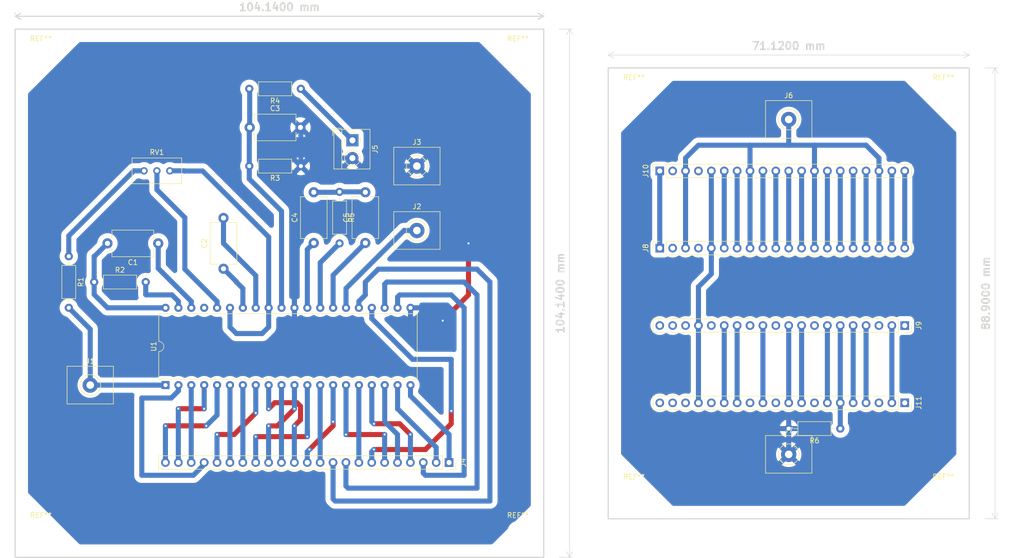
<source format=kicad_pcb>
(kicad_pcb (version 20211014) (generator pcbnew)
  (layers (0 "F.Cu" signal) (31 "B.Cu" signal) (34 "B.Paste" user) (35 "F.Paste" user) (36 "B.SilkS" user "B.Silkscreen") (37 "F.SilkS" user "F.Silkscreen") (38 "B.Mask" user) (39 "F.Mask" user) (44 "Edge.Cuts" user))
  (net 0 "")
  (net 1 "Net-(C1-Pad1)")
  (net 2 "Net-(C1-Pad2)")
  (net 3 "Net-(C2-Pad1)")
  (net 4 "Net-(C2-Pad2)")
  (net 5 "Net-(C3-Pad1)")
  (net 6 "GND")
  (net 7 "Net-(C4-Pad1)")
  (net 8 "Net-(C4-Pad2)")
  (net 9 "Net-(C5-Pad1)")
  (net 10 "Net-(J1-Pad1)")
  (net 11 "Net-(J2-Pad1)")
  (net 12 "Net-(R1-Pad1)")
  (net 14 "Net-(R2-Pad2)")
  (net 15 "Net-(R5-Pad2)")
  (net 16 "Net-(J10-Pad1)")
  (net 17 "Net-(RV1-Pad1)")
  (net 18 "Net-(RV1-Pad2)")
  (net 19 "Net-(J10-Pad5)")
  (net 20 "Net-(J10-Pad6)")
  (net 21 "Net-(J10-Pad7)")
  (net 22 "Net-(J11-Pad15)")
  (net 23 "Net-(J11-Pad14)")
  (net 24 "Net-(J11-Pad12)")
  (net 25 "Net-(J10-Pad10)")
  (net 26 "Net-(J10-Pad9)")
  (net 27 "Net-(J10-Pad11)")
  (net 28 "Net-(J10-Pad12)")
  (net 29 "Net-(J11-Pad10)")
  (net 30 "Net-(J11-Pad9)")
  (net 31 "Net-(J11-Pad7)")
  (net 32 "Net-(J10-Pad15)")
  (net 33 "Net-(J10-Pad14)")
  (net 34 "Net-(J10-Pad16)")
  (net 35 "Net-(J10-Pad17)")
  (net 36 "Net-(J11-Pad5)")
  (net 37 "Net-(J11-Pad4)")
  (net 38 "Net-(J11-Pad2)")
  (net 39 "Net-(J10-Pad20)")
  (net 40 "Net-(J10-Pad19)")
  (net 41 "Net-(J11-Pad6)")
  (net 42 "Net-(J5-Pad1)")
  (footprint "Resistor_THT:R_Axial_DIN0207_L6.3mm_D2.5mm_P10.16mm_Horizontal" (layer "F.Cu") (at 104.556811 65.10452 180)
    (fp_text reference "R3")
    (fp_text value "1.2k")
  )
  (footprint "MountingHole:MountingHole_2.1mm" (layer "F.Cu") (at 170.18 129.565)
    (fp_text reference "REF**")
    (fp_text value "MountingHole_2.1mm")
  )
  (footprint "Resistor_THT:R_Axial_DIN0207_L6.3mm_D2.5mm_P10.16mm_Horizontal" (layer "F.Cu") (at 104.556811 49.86452 180)
    (fp_text reference "R4")
    (fp_text value "1M")
  )
  (footprint "MountingHole:MountingHole_2.1mm" (layer "F.Cu") (at 53.34 43.18)
    (fp_text reference "REF**")
    (fp_text value "MountingHole_2.1mm")
  )
  (footprint "Capacitor_THT:C_Disc_D8.0mm_W5.0mm_P10.00mm" (layer "F.Cu") (at 76.456811 80.34452 180)
    (fp_text reference "C1")
    (fp_text value "100p")
  )
  (footprint "Capacitor_THT:C_Disc_D8.0mm_W5.0mm_P10.00mm" (layer "F.Cu") (at 107.096811 80.26452 90)
    (fp_text reference "C4")
    (fp_text value "470n")
  )
  (footprint "TerminalBlock_MetzConnect:TerminalBlock_MetzConnect_360271_1x01_Horizontal_ScrewM3.0_Boxed" (layer "F.Cu") (at 200.66 55.905)
    (fp_text reference "J6")
    (fp_text value "Conn_01x01")
  )
  (footprint "Capacitor_THT:C_Disc_D8.0mm_W5.0mm_P10.00mm" (layer "F.Cu") (at 117.256811 80.26452 90)
    (fp_text reference "C5")
    (fp_text value "220n")
  )
  (footprint "Connector_PinSocket_2.54mm:PinSocket_1x20_P2.54mm_Vertical" (layer "F.Cu") (at 223.52 111.785 -90)
    (fp_text reference "J11")
    (fp_text value "Conn_01x20")
  )
  (footprint "TerminalBlock_MetzConnect:TerminalBlock_MetzConnect_360271_1x01_Horizontal_ScrewM3.0_Boxed" (layer "F.Cu") (at 200.66 121.945)
    (fp_text reference "J7")
    (fp_text value "Conn_01x01")
  )
  (footprint "Package_DIP:DIP-40_W15.24mm" (layer "F.Cu") (at 77.891811 108.28952 90)
    (fp_text reference "U1")
    (fp_text value "ICL7107CPL")
  )
  (footprint "MountingHole:MountingHole_2.1mm" (layer "F.Cu") (at 147.32 137.16)
    (fp_text reference "REF**")
    (fp_text value "MountingHole_2.1mm")
  )
  (footprint "Connector_PinSocket_2.54mm:PinSocket_1x20_P2.54mm_Vertical" (layer "F.Cu") (at 223.52 96.545 -90)
    (fp_text reference "J9")
    (fp_text value "Conn_01x20")
  )
  (footprint "TerminalBlock_MetzConnect:TerminalBlock_MetzConnect_360271_1x01_Horizontal_ScrewM3.0_Boxed" (layer "F.Cu") (at 63.061811 108.28952)
    (fp_text reference "J1")
    (fp_text value "Conn_01x01")
  )
  (footprint "MountingHole:MountingHole_2.1mm" (layer "F.Cu") (at 53.34 137.16)
    (fp_text reference "REF**")
    (fp_text value "MountingHole_2.1mm")
  )
  (footprint "Connector_PinSocket_2.54mm:PinSocket_1x23_P2.54mm_Vertical" (layer "F.Cu") (at 133.756811 123.55452 -90)
    (fp_text reference "J4")
    (fp_text value "Conn_01x23")
  )
  (footprint "MountingHole:MountingHole_2.1mm" (layer "F.Cu") (at 231.14 129.565)
    (fp_text reference "REF**")
    (fp_text value "MountingHole_2.1mm")
  )
  (footprint "Resistor_THT:R_Axial_DIN0207_L6.3mm_D2.5mm_P10.16mm_Horizontal" (layer "F.Cu") (at 63.836811 87.96452)
    (fp_text reference "R2")
    (fp_text value "100k")
  )
  (footprint "MountingHole:MountingHole_2.1mm" (layer "F.Cu") (at 170.18 50.825)
    (fp_text reference "REF**")
    (fp_text value "MountingHole_2.1mm")
  )
  (footprint "Connector_PinSocket_2.54mm:PinSocket_1x20_P2.54mm_Vertical" (layer "F.Cu") (at 175.26 66.065 90)
    (fp_text reference "J10")
    (fp_text value "Conn_01x20")
  )
  (footprint "Resistor_THT:R_Axial_DIN0207_L6.3mm_D2.5mm_P10.16mm_Horizontal" (layer "F.Cu") (at 112.176811 70.18452 -90)
    (fp_text reference "R5")
    (fp_text value "47k")
  )
  (footprint "TerminalBlock_MetzConnect:TerminalBlock_MetzConnect_360271_1x01_Horizontal_ScrewM3.0_Boxed" (layer "F.Cu") (at 127.416811 77.80452)
    (fp_text reference "J2")
    (fp_text value "Conn_01x01")
  )
  (footprint "TerminalBlock_4Ucon:TerminalBlock_4Ucon_1x02_P3.50mm_Horizontal" (layer "F.Cu") (at 114.716811 60.02452 -90)
    (fp_text reference "J5")
    (fp_text value "Conn_01x02")
  )
  (footprint "Potentiometer_THT:Potentiometer_Bourns_3296W_Vertical" (layer "F.Cu") (at 78.74 66.04)
    (fp_text reference "RV1")
    (fp_text value "100k")
  )
  (footprint "Capacitor_THT:C_Disc_D8.0mm_W5.0mm_P10.00mm" (layer "F.Cu") (at 89.316811 85.34452 90)
    (fp_text reference "C2")
    (fp_text value "100n")
  )
  (footprint "Resistor_THT:R_Axial_DIN0207_L6.3mm_D2.5mm_P10.16mm_Horizontal" (layer "F.Cu") (at 58.836811 82.88452 -90)
    (fp_text reference "R1")
    (fp_text value "22k")
  )
  (footprint "MountingHole:MountingHole_2.1mm" (layer "F.Cu") (at 147.32 43.18)
    (fp_text reference "REF**")
    (fp_text value "MountingHole_2.1mm")
  )
  (footprint "MountingHole:MountingHole_2.1mm" (layer "F.Cu") (at 231.14 50.825)
    (fp_text reference "REF**")
    (fp_text value "MountingHole_2.1mm")
  )
  (footprint "Capacitor_THT:C_Disc_D8.0mm_W5.0mm_P10.00mm" (layer "F.Cu") (at 94.476811 57.48452)
    (fp_text reference "C3")
    (fp_text value "100n")
  )
  (footprint "Connector_PinSocket_2.54mm:PinSocket_1x20_P2.54mm_Vertical" (layer "F.Cu") (at 175.26 81.28 90)
    (fp_text reference "J8")
    (fp_text value "Conn_01x20")
  )
  (footprint "Resistor_THT:R_Axial_DIN0207_L6.3mm_D2.5mm_P10.16mm_Horizontal" (layer "F.Cu") (at 210.82 116.865 180)
    (fp_text reference "R6")
    (fp_text value "560")
  )
  (footprint "TerminalBlock_MetzConnect:TerminalBlock_MetzConnect_360271_1x01_Horizontal_ScrewM3.0_Boxed" (layer "F.Cu") (at 127.416811 65.10452)
    (fp_text reference "J3")
    (fp_text value "Conn_01x01")
  )
  (gr_rect (start 165.1 45.745) (end 236.22 134.645) (layer "Edge.Cuts") (width 0.2) (fill none))
  (gr_rect (start 48.26 38.1) (end 152.4 142.24) (layer "Edge.Cuts") (width 0.2) (fill none))
  (dimension (type aligned) (layer "Edge.Cuts") (pts (xy 154.94 38.1) (xy 154.94 142.24)) (height -2.54) (gr_text "104.1400 mm" (at 155.68 90.17 90) (layer "Edge.Cuts") (effects (font (size 1.5 1.5) (thickness 0.3)))) (format (units 3) (units_format 1) (precision 4)) (style (thickness 0.1) (arrow_length 1.27) (text_position_mode 0) (extension_height 0.58642) (extension_offset 0.5) keep_text_aligned))
  (dimension (type aligned) (layer "Edge.Cuts") (pts (xy 48.26 35.56) (xy 152.4 35.56)) (height 0) (gr_text "104.1400 mm" (at 100.33 33.76) (layer "Edge.Cuts") (effects (font (size 1.5 1.5) (thickness 0.3)))) (format (units 3) (units_format 1) (precision 4)) (style (thickness 0.2) (arrow_length 1.27) (text_position_mode 0) (extension_height 0.58642) (extension_offset 0.5) keep_text_aligned))
  (dimension (type aligned) (layer "Edge.Cuts") (pts (xy 165.1 43.205) (xy 236.22 43.205)) (height 0) (gr_text "71.1200 mm" (at 200.66 41.405) (layer "Edge.Cuts") (effects (font (size 1.5 1.5) (thickness 0.3)))) (format (units 3) (units_format 1) (precision 4)) (style (thickness 0.1) (arrow_length 1.27) (text_position_mode 0) (extension_height 0.58642) (extension_offset 0.5) keep_text_aligned))
  (dimension (type aligned) (layer "Edge.Cuts") (pts (xy 238.76 45.745) (xy 238.76 134.645)) (height -2.54) (gr_text "88.9000 mm" (at 239.5 90.195 90) (layer "Edge.Cuts") (effects (font (size 1.5 1.5) (thickness 0.3)))) (format (units 3) (units_format 1) (precision 4)) (style (thickness 0.1) (arrow_length 1.27) (text_position_mode 0) (extension_height 0.58642) (extension_offset 0.5) keep_text_aligned))
  (segment (start 82.971811 93.04952) (end 82.971811 91.77952) (width 1) (layer "B.Cu") (net 1))
  (segment (start 76.456811 85.26452) (end 76.456811 80.34452) (width 1) (layer "B.Cu") (net 1))
  (segment (start 82.971811 91.77952) (end 76.456811 85.26452) (width 1) (layer "B.Cu") (net 1))
  (segment (start 66.461811 93.04952) (end 63.836811 90.42452) (width 1) (layer "B.Cu") (net 2))
  (segment (start 63.916811 82.88452) (end 63.836811 82.88452) (width 1) (layer "B.Cu") (net 2))
  (segment (start 63.836811 82.88452) (end 63.836811 87.96452) (width 1) (layer "B.Cu") (net 2))
  (segment (start 63.836811 90.42452) (end 63.836811 87.96452) (width 1) (layer "B.Cu") (net 2))
  (segment (start 66.456811 80.34452) (end 63.916811 82.88452) (width 1) (layer "B.Cu") (net 2))
  (segment (start 77.891811 93.04952) (end 66.461811 93.04952) (width 1) (layer "B.Cu") (net 2))
  (segment (start 93.131811 89.23952) (end 91.856811 87.96452) (width 1) (layer "B.Cu") (net 3))
  (segment (start 91.856811 87.96452) (end 91.856811 87.88452) (width 1) (layer "B.Cu") (net 3))
  (segment (start 93.131811 93.04952) (end 93.131811 89.23952) (width 1) (layer "B.Cu") (net 3))
  (segment (start 91.856811 87.88452) (end 89.316811 85.34452) (width 1) (layer "B.Cu") (net 3))
  (segment (start 95.671811 93.04952) (end 95.671811 86.69952) (width 1) (layer "B.Cu") (net 4))
  (segment (start 89.316811 80.34452) (end 89.316811 75.34452) (width 1) (layer "B.Cu") (net 4))
  (segment (start 95.671811 86.69952) (end 89.316811 80.34452) (width 1) (layer "B.Cu") (net 4))
  (segment (start 94.476811 49.94452) (end 94.396811 49.86452) (width 1) (layer "B.Cu") (net 5))
  (segment (start 94.476811 57.48452) (end 94.476811 49.94452) (width 1) (layer "B.Cu") (net 5))
  (segment (start 94.396811 65.10452) (end 94.396811 57.48452) (width 1) (layer "B.Cu") (net 5))
  (segment (start 100.751811 73.99952) (end 94.396811 67.64452) (width 1) (layer "B.Cu") (net 5))
  (segment (start 100.751811 93.04952) (end 100.751811 73.99952) (width 1) (layer "B.Cu") (net 5))
  (segment (start 94.396811 67.64452) (end 94.396811 65.10452) (width 1) (layer "B.Cu") (net 5))
  (segment (start 137.576811 90.50452) (end 137.576811 80.34452) (width 1) (layer "F.Cu") (net 6))
  (segment (start 132.496811 95.58452) (end 137.576811 90.50452) (width 1) (layer "F.Cu") (net 6))
  (via (at 137.576811 80.34452) (size 0.8) (drill 0.4) (layers "F.Cu" "B.Cu") (net 6))
  (via (at 132.496811 95.58452) (size 0.8) (drill 0.4) (layers "F.Cu" "B.Cu") (net 6))
  (segment (start 103.291811 93.04952) (end 103.291811 66.36952) (width 1) (layer "B.Cu") (net 6))
  (segment (start 103.291811 66.36952) (end 104.556811 65.10452) (width 1) (layer "B.Cu") (net 6))
  (segment (start 104.556811 57.56452) (end 104.476811 57.48452) (width 1) (layer "B.Cu") (net 6))
  (segment (start 200.66 116.865) (end 200.66 121.945) (width 1) (layer "B.Cu") (net 6))
  (segment (start 132.496811 70.18452) (end 137.576811 70.18452) (width 1) (layer "B.Cu") (net 6))
  (segment (start 114.716811 63.52452) (end 106.136811 63.52452) (width 1) (layer "B.Cu") (net 6))
  (segment (start 126.151811 93.04952) (end 129.961811 93.04952) (width 1) (layer "B.Cu") (net 6))
  (segment (start 137.576811 70.18452) (end 137.576811 80.34452) (width 1) (layer "B.Cu") (net 6))
  (segment (start 129.961811 93.04952) (end 132.496811 95.58452) (width 1) (layer "B.Cu") (net 6))
  (segment (start 104.556811 65.10452) (end 104.556811 57.56452) (width 1) (layer "B.Cu") (net 6))
  (segment (start 127.416811 65.10452) (end 116.296811 65.10452) (width 1) (layer "B.Cu") (net 6))
  (segment (start 106.136811 63.52452) (end 104.556811 65.10452) (width 1) (layer "B.Cu") (net 6))
  (segment (start 127.416811 65.10452) (end 132.496811 70.18452) (width 1) (layer "B.Cu") (net 6))
  (segment (start 116.296811 65.10452) (end 114.716811 63.52452) (width 1) (layer "B.Cu") (net 6))
  (segment (start 105.831811 93.04952) (end 105.831811 81.52952) (width 1) (layer "B.Cu") (net 7))
  (segment (start 105.831811 81.52952) (end 107.096811 80.26452) (width 1) (layer "B.Cu") (net 7))
  (segment (start 107.096811 70.26452) (end 112.096811 70.26452) (width 1) (layer "B.Cu") (net 8))
  (segment (start 117.176811 70.18452) (end 117.256811 70.26452) (width 1) (layer "B.Cu") (net 8))
  (segment (start 112.096811 70.26452) (end 112.176811 70.18452) (width 1) (layer "B.Cu") (net 8))
  (segment (start 112.176811 70.18452) (end 117.176811 70.18452) (width 1) (layer "B.Cu") (net 8))
  (segment (start 110.911811 86.60952) (end 117.256811 80.26452) (width 1) (layer "B.Cu") (net 9))
  (segment (start 110.911811 93.04952) (end 110.911811 86.60952) (width 1) (layer "B.Cu") (net 9))
  (segment (start 205.74 66.065) (end 205.74 81.28) (width 1) (layer "B.Cu") (net 10))
  (segment (start 63.061811 97.26952) (end 58.836811 93.04452) (width 1) (layer "B.Cu") (net 10))
  (segment (start 193.04 60.985) (end 182.88 60.985) (width 1) (layer "B.Cu") (net 10))
  (segment (start 215.9 60.985) (end 205.74 60.985) (width 1) (layer "B.Cu") (net 10))
  (segment (start 193.04 66.065) (end 193.04 60.985) (width 1) (layer "B.Cu") (net 10))
  (segment (start 218.44 63.525) (end 215.9 60.985) (width 1) (layer "B.Cu") (net 10))
  (segment (start 200.66 60.985) (end 193.04 60.985) (width 1) (layer "B.Cu") (net 10))
  (segment (start 218.44 81.28) (end 218.44 66.065) (width 1) (layer "B.Cu") (net 10))
  (segment (start 180.34 63.525) (end 180.34 66.065) (width 1) (layer "B.Cu") (net 10))
  (segment (start 205.74 60.985) (end 200.66 60.985) (width 1) (layer "B.Cu") (net 10))
  (segment (start 63.061811 108.28952) (end 77.891811 108.28952) (width 1) (layer "B.Cu") (net 10))
  (segment (start 193.04 66.065) (end 193.04 81.28) (width 1) (layer "B.Cu") (net 10))
  (segment (start 182.88 60.985) (end 180.34 63.525) (width 1) (layer "B.Cu") (net 10))
  (segment (start 218.44 66.065) (end 218.44 63.525) (width 1) (layer "B.Cu") (net 10))
  (segment (start 63.061811 108.28952) (end 63.061811 97.26952) (width 1) (layer "B.Cu") (net 10))
  (segment (start 180.34 66.065) (end 180.34 81.28) (width 1) (layer "B.Cu") (net 10))
  (segment (start 205.74 66.065) (end 205.74 60.985) (width 1) (layer "B.Cu") (net 10))
  (segment (start 200.66 55.905) (end 200.66 60.985) (width 1) (layer "B.Cu") (net 10))
  (segment (start 113.451811 93.04952) (end 113.451811 89.22952) (width 1) (layer "B.Cu") (net 11))
  (segment (start 113.451811 89.22952) (end 124.876811 77.80452) (width 1) (layer "B.Cu") (net 11))
  (segment (start 127.416811 77.80452) (end 124.876811 77.80452) (width 1) (layer "B.Cu") (net 11))
  (segment (start 58.836811 78.85452) (end 71.651331 66.04) (width 1) (layer "B.Cu") (net 12))
  (segment (start 71.651331 66.04) (end 73.66 66.04) (width 1) (layer "B.Cu") (net 12))
  (segment (start 58.836811 82.88452) (end 58.836811 78.85452) (width 1) (layer "B.Cu") (net 12))
  (segment (start 74.076811 90.50452) (end 73.996811 90.42452) (width 1) (layer "B.Cu") (net 14))
  (segment (start 79.156811 90.50452) (end 74.076811 90.50452) (width 1) (layer "B.Cu") (net 14))
  (segment (start 80.431811 93.04952) (end 80.431811 91.77952) (width 1) (layer "B.Cu") (net 14))
  (segment (start 80.431811 91.77952) (end 79.156811 90.50452) (width 1) (layer "B.Cu") (net 14))
  (segment (start 73.996811 90.42452) (end 73.996811 87.96452) (width 1) (layer "B.Cu") (net 14))
  (segment (start 108.371811 93.04952) (end 108.371811 84.14952) (width 1) (layer "B.Cu") (net 15))
  (segment (start 108.371811 84.14952) (end 112.176811 80.34452) (width 1) (layer "B.Cu") (net 15))
  (segment (start 175.26 81.28) (end 175.26 66.065) (width 1) (layer "B.Cu") (net 16))
  (segment (start 133.756811 123.55452) (end 133.756811 118.02452) (width 1) (layer "B.Cu") (net 16))
  (segment (start 133.756811 118.02452) (end 126.151811 110.41952) (width 1) (layer "B.Cu") (net 16))
  (segment (start 126.151811 110.41952) (end 126.151811 108.28952) (width 1) (layer "B.Cu") (net 16))
  (segment (start 98.211811 93.04952) (end 98.211811 79.07952) (width 1) (layer "B.Cu") (net 17))
  (segment (start 90.591811 96.85952) (end 91.856811 98.12452) (width 1) (layer "B.Cu") (net 17))
  (segment (start 98.211811 93.04952) (end 98.211811 96.84952) (width 1) (layer "B.Cu") (net 17))
  (segment (start 78.74 66.04) (end 81.582291 66.04) (width 1) (layer "B.Cu") (net 17))
  (segment (start 90.591811 93.04952) (end 90.591811 96.85952) (width 1) (layer "B.Cu") (net 17))
  (segment (start 85.206811 66.07452) (end 81.616811 66.07452) (width 1) (layer "B.Cu") (net 17))
  (segment (start 81.582291 66.04) (end 81.616811 66.07452) (width 1) (layer "B.Cu") (net 17))
  (segment (start 98.211811 96.84952) (end 96.936811 98.12452) (width 1) (layer "B.Cu") (net 17))
  (segment (start 98.211811 79.07952) (end 85.206811 66.07452) (width 1) (layer "B.Cu") (net 17))
  (segment (start 91.856811 98.12452) (end 96.936811 98.12452) (width 1) (layer "B.Cu") (net 17))
  (segment (start 76.2 69.767709) (end 76.2 66.04) (width 1) (layer "B.Cu") (net 18))
  (segment (start 88.051811 91.77952) (end 81.696811 85.42452) (width 1) (layer "B.Cu") (net 18))
  (segment (start 88.051811 93.04952) (end 88.051811 91.77952) (width 1) (layer "B.Cu") (net 18))
  (segment (start 81.696811 85.42452) (end 81.696811 75.26452) (width 1) (layer "B.Cu") (net 18))
  (segment (start 81.696811 75.26452) (end 76.2 69.767709) (width 1) (layer "B.Cu") (net 18))
  (segment (start 185.42 81.28) (end 185.42 66.065) (width 1) (layer "B.Cu") (net 19))
  (segment (start 182.88 111.785) (end 182.88 96.545) (width 1) (layer "B.Cu") (net 19))
  (segment (start 185.42 86.36) (end 182.88 88.9) (width 1) (layer "B.Cu") (net 19))
  (segment (start 123.611811 112.95952) (end 131.216811 120.56452) (width 1) (layer "B.Cu") (net 19))
  (segment (start 131.216811 120.56452) (end 131.216811 123.55452) (width 1) (layer "B.Cu") (net 19))
  (segment (start 182.88 88.9) (end 182.88 96.545) (width 1) (layer "B.Cu") (net 19))
  (segment (start 123.611811 108.28952) (end 123.611811 112.95952) (width 1) (layer "B.Cu") (net 19))
  (segment (start 185.42 81.28) (end 185.42 86.36) (width 1) (layer "B.Cu") (net 19))
  (segment (start 124.021811 90.50952) (end 134.181811 90.50952) (width 1) (layer "B.Cu") (net 20))
  (segment (start 129.101811 126.06952) (end 128.676811 125.64452) (width 1) (layer "B.Cu") (net 20))
  (segment (start 136.721811 93.04952) (end 136.721811 126.06952) (width 1) (layer "B.Cu") (net 20))
  (segment (start 136.721811 126.06952) (end 129.101811 126.06952) (width 1) (layer "B.Cu") (net 20))
  (segment (start 123.611811 90.91952) (end 124.021811 90.50952) (width 1) (layer "B.Cu") (net 20))
  (segment (start 128.676811 125.64452) (end 128.676811 123.55452) (width 1) (layer "B.Cu") (net 20))
  (segment (start 123.611811 93.04952) (end 123.611811 90.91952) (width 1) (layer "B.Cu") (net 20))
  (segment (start 134.181811 90.50952) (end 136.721811 93.04952) (width 1) (layer "B.Cu") (net 20))
  (segment (start 187.96 81.28) (end 187.96 66.065) (width 1) (layer "B.Cu") (net 20))
  (segment (start 126.136811 118.02452) (end 124.021811 115.90952) (width 1) (layer "F.Cu") (net 21))
  (segment (start 124.021811 115.90952) (end 118.941811 115.90952) (width 1) (layer "F.Cu") (net 21))
  (via (at 118.941811 115.90952) (size 0.8) (drill 0.4) (layers "F.Cu" "B.Cu") (net 21))
  (via (at 126.136811 118.02452) (size 0.8) (drill 0.4) (layers "F.Cu" "B.Cu") (net 21))
  (segment (start 118.531811 115.49952) (end 118.941811 115.90952) (width 1) (layer "B.Cu") (net 21))
  (segment (start 190.5 81.28) (end 190.5 66.065) (width 1) (layer "B.Cu") (net 21))
  (segment (start 118.531811 108.28952) (end 118.531811 115.49952) (width 1) (layer "B.Cu") (net 21))
  (segment (start 126.136811 123.55452) (end 126.136811 118.02452) (width 1) (layer "B.Cu") (net 21))
  (segment (start 123.596811 118.02452) (end 121.071811 115.49952) (width 1) (layer "B.Cu") (net 22))
  (segment (start 121.071811 115.49952) (end 121.071811 108.28952) (width 1) (layer "B.Cu") (net 22))
  (segment (start 187.96 96.545) (end 187.96 111.785) (width 1) (layer "B.Cu") (net 22))
  (segment (start 123.596811 123.55452) (end 123.596811 118.02452) (width 1) (layer "B.Cu") (net 22))
  (segment (start 113.451811 118.03952) (end 121.071811 118.03952) (width 1) (layer "F.Cu") (net 23))
  (via (at 113.451811 118.03952) (size 0.8) (drill 0.4) (layers "F.Cu" "B.Cu") (net 23))
  (via (at 121.056811 118.02452) (size 0.8) (drill 0.4) (layers "F.Cu" "B.Cu") (net 23))
  (segment (start 190.5 111.785) (end 190.5 96.545) (width 1) (layer "B.Cu") (net 23))
  (segment (start 113.451811 108.28952) (end 113.451811 118.03952) (width 1) (layer "B.Cu") (net 23))
  (segment (start 121.056811 123.55452) (end 121.056811 118.02452) (width 1) (layer "B.Cu") (net 23))
  (segment (start 129.101811 120.98952) (end 134.181811 115.90952) (width 1) (layer "F.Cu") (net 24))
  (segment (start 134.181811 115.90952) (end 134.181811 113.36952) (width 1) (layer "F.Cu") (net 24))
  (segment (start 118.941811 120.98952) (end 129.101811 120.98952) (width 1) (layer "F.Cu") (net 24))
  (via (at 134.181811 113.36952) (size 0.8) (drill 0.4) (layers "F.Cu" "B.Cu") (net 24))
  (via (at 118.941811 120.98952) (size 0.8) (drill 0.4) (layers "F.Cu" "B.Cu") (net 24))
  (segment (start 118.516811 123.55452) (end 118.516811 121.41452) (width 1) (layer "B.Cu") (net 24))
  (segment (start 121.481811 98.12952) (end 124.021811 100.66952) (width 1) (layer "B.Cu") (net 24))
  (segment (start 195.58 111.785) (end 195.58 96.545) (width 1) (layer "B.Cu") (net 24))
  (segment (start 134.181811 103.20952) (end 134.181811 113.36952) (width 1) (layer "B.Cu") (net 24))
  (segment (start 118.531811 93.04952) (end 118.531811 95.17952) (width 1) (layer "B.Cu") (net 24))
  (segment (start 124.021811 100.66952) (end 126.561811 103.20952) (width 1) (layer "B.Cu") (net 24))
  (segment (start 118.516811 121.41452) (end 118.941811 120.98952) (width 1) (layer "B.Cu") (net 24))
  (segment (start 118.531811 95.17952) (end 121.481811 98.12952) (width 1) (layer "B.Cu") (net 24))
  (segment (start 126.561811 103.20952) (end 134.181811 103.20952) (width 1) (layer "B.Cu") (net 24))
  (segment (start 198.12 81.28) (end 198.12 66.065) (width 1) (layer "B.Cu") (net 25))
  (segment (start 115.976811 108.30452) (end 115.991811 108.28952) (width 1) (layer "B.Cu") (net 25))
  (segment (start 115.976811 123.55452) (end 115.976811 108.30452) (width 1) (layer "B.Cu") (net 25))
  (segment (start 121.071811 93.04952) (end 121.071811 88.37952) (width 1) (layer "B.Cu") (net 26))
  (segment (start 195.58 81.28) (end 195.58 66.065) (width 1) (layer "B.Cu") (net 26))
  (segment (start 136.721811 87.96952) (end 139.261811 90.50952) (width 1) (layer "B.Cu") (net 26))
  (segment (start 121.481811 87.96952) (end 136.721811 87.96952) (width 1) (layer "B.Cu") (net 26))
  (segment (start 139.261811 90.50952) (end 139.261811 128.60952) (width 1) (layer "B.Cu") (net 26))
  (segment (start 121.071811 88.37952) (end 121.481811 87.96952) (width 1) (layer "B.Cu") (net 26))
  (segment (start 113.436811 128.18452) (end 113.436811 123.55452) (width 1) (layer "B.Cu") (net 26))
  (segment (start 139.261811 128.60952) (end 113.861811 128.60952) (width 1) (layer "B.Cu") (net 26))
  (segment (start 113.861811 128.60952) (end 113.436811 128.18452) (width 1) (layer "B.Cu") (net 26))
  (segment (start 117.256811 87.96452) (end 117.256811 90.50452) (width 1) (layer "B.Cu") (net 27))
  (segment (start 139.261811 85.42952) (end 141.801811 87.96952) (width 1) (layer "B.Cu") (net 27))
  (segment (start 139.261811 85.42952) (end 139.256811 85.42452) (width 1) (layer "B.Cu") (net 27))
  (segment (start 115.991811 91.76952) (end 117.256811 90.50452) (width 1) (layer "B.Cu") (net 27))
  (segment (start 141.801811 131.14952) (end 111.321811 131.14952) (width 1) (layer "B.Cu") (net 27))
  (segment (start 111.321811 131.14952) (end 110.896811 130.72452) (width 1) (layer "B.Cu") (net 27))
  (segment (start 119.796811 85.42452) (end 117.256811 87.96452) (width 1) (layer "B.Cu") (net 27))
  (segment (start 141.801811 87.96952) (end 141.801811 131.14952) (width 1) (layer "B.Cu") (net 27))
  (segment (start 115.991811 93.04952) (end 115.991811 91.76952) (width 1) (layer "B.Cu") (net 27))
  (segment (start 110.896811 130.72452) (end 110.896811 123.55452) (width 1) (layer "B.Cu") (net 27))
  (segment (start 200.66 81.28) (end 200.66 66.065) (width 1) (layer "B.Cu") (net 27))
  (segment (start 139.256811 85.42452) (end 119.796811 85.42452) (width 1) (layer "B.Cu") (net 27))
  (segment (start 108.356811 108.30452) (end 108.371811 108.28952) (width 1) (layer "B.Cu") (net 28))
  (segment (start 203.2 81.28) (end 203.2 66.065) (width 1) (layer "B.Cu") (net 28))
  (segment (start 108.356811 123.55452) (end 108.356811 108.30452) (width 1) (layer "B.Cu") (net 28))
  (segment (start 110.911811 116.31952) (end 106.241811 120.98952) (width 1) (layer "F.Cu") (net 29))
  (segment (start 110.911811 115.49952) (end 110.911811 116.31952) (width 1) (layer "F.Cu") (net 29))
  (via (at 106.241811 120.98952) (size 0.8) (drill 0.4) (layers "F.Cu" "B.Cu") (net 29))
  (via (at 110.911811 115.49952) (size 0.8) (drill 0.4) (layers "F.Cu" "B.Cu") (net 29))
  (segment (start 105.816811 123.55452) (end 105.816811 121.41452) (width 1) (layer "B.Cu") (net 29))
  (segment (start 110.911811 108.28952) (end 110.911811 115.49952) (width 1) (layer "B.Cu") (net 29))
  (segment (start 105.816811 121.41452) (end 106.241811 120.98952) (width 1) (layer "B.Cu") (net 29))
  (segment (start 200.66 111.785) (end 200.66 96.545) (width 1) (layer "B.Cu") (net 29))
  (segment (start 104.491331 115.12) (end 104.491331 112.462662) (width 1) (layer "F.Cu") (net 30))
  (segment (start 103.276811 116.33452) (end 104.491331 115.12) (width 1) (layer "F.Cu") (net 30))
  (segment (start 99.411331 111.76) (end 98.211811 112.95952) (width 1) (layer "F.Cu") (net 30))
  (segment (start 103.788669 111.76) (end 99.411331 111.76) (width 1) (layer "F.Cu") (net 30))
  (segment (start 104.491331 112.462662) (end 103.788669 111.76) (width 1) (layer "F.Cu") (net 30))
  (via (at 103.276811 116.33452) (size 0.8) (drill 0.4) (layers "F.Cu" "B.Cu") (net 30))
  (via (at 98.211811 112.95952) (size 0.8) (drill 0.4) (layers "F.Cu" "B.Cu") (net 30))
  (segment (start 103.276811 123.55452) (end 103.276811 116.33452) (width 1) (layer "B.Cu") (net 30))
  (segment (start 98.211811 108.28952) (end 98.211811 112.95952) (width 1) (layer "B.Cu") (net 30))
  (segment (start 203.2 111.785) (end 203.2 96.545) (width 1) (layer "B.Cu") (net 30))
  (segment (start 208.28 111.785) (end 208.28 96.545) (width 1) (layer "B.Cu") (net 31))
  (segment (start 100.736811 123.55452) (end 100.736811 108.30452) (width 1) (layer "B.Cu") (net 31))
  (segment (start 100.736811 108.30452) (end 100.751811 108.28952) (width 1) (layer "B.Cu") (net 31))
  (segment (start 99.916811 116.33452) (end 103.291811 112.95952) (width 1) (layer "F.Cu") (net 32))
  (segment (start 98.196811 116.33452) (end 99.916811 116.33452) (width 1) (layer "F.Cu") (net 32))
  (via (at 98.196811 116.33452) (size 0.8) (drill 0.4) (layers "F.Cu" "B.Cu") (net 32))
  (via (at 103.291811 112.95952) (size 0.8) (drill 0.4) (layers "F.Cu" "B.Cu") (net 32))
  (segment (start 98.196811 123.55452) (end 98.196811 116.33452) (width 1) (layer "B.Cu") (net 32))
  (segment (start 210.82 81.28) (end 210.82 66.065) (width 1) (layer "B.Cu") (net 32))
  (segment (start 103.291811 108.28952) (end 103.291811 112.95952) (width 1) (layer "B.Cu") (net 32))
  (segment (start 95.656811 118.44952) (end 105.831811 118.44952) (width 1) (layer "F.Cu") (net 33))
  (via (at 95.656811 118.44952) (size 0.8) (drill 0.4) (layers "F.Cu" "B.Cu") (net 33))
  (via (at 105.831811 118.44952) (size 0.8) (drill 0.4) (layers "F.Cu" "B.Cu") (net 33))
  (segment (start 208.28 81.28) (end 208.28 66.065) (width 1) (layer "B.Cu") (net 33))
  (segment (start 95.656811 123.55452) (end 95.656811 118.44952) (width 1) (layer "B.Cu") (net 33))
  (segment (start 105.831811 118.44952) (end 105.831811 117.09404) (width 1) (layer "B.Cu") (net 33))
  (segment (start 105.831811 108.28952) (end 105.831811 118.44952) (width 1) (layer "B.Cu") (net 33))
  (segment (start 213.36 81.28) (end 213.36 66.065) (width 1) (layer "B.Cu") (net 34))
  (segment (start 93.131811 108.28952) (end 93.131811 123.53952) (width 1) (layer "B.Cu") (net 34))
  (segment (start 93.131811 123.53952) (end 93.116811 123.55452) (width 1) (layer "B.Cu") (net 34))
  (segment (start 215.9 81.28) (end 215.9 66.065) (width 1) (layer "B.Cu") (net 35))
  (segment (start 90.591811 108.28952) (end 90.591811 123.53952) (width 1) (layer "B.Cu") (net 35))
  (segment (start 90.591811 123.53952) (end 90.576811 123.55452) (width 1) (layer "B.Cu") (net 35))
  (segment (start 88.036811 118.02452) (end 91.426811 118.02452) (width 1) (layer "F.Cu") (net 36))
  (segment (start 91.426811 118.02452) (end 95.671811 113.77952) (width 1) (layer "F.Cu") (net 36))
  (via (at 88.036811 118.02452) (size 0.8) (drill 0.4) (layers "F.Cu" "B.Cu") (net 36))
  (via (at 95.671811 113.77952) (size 0.8) (drill 0.4) (layers "F.Cu" "B.Cu") (net 36))
  (segment (start 95.671811 108.28952) (end 95.671811 113.77952) (width 1) (layer "B.Cu") (net 36))
  (segment (start 213.36 96.545) (end 213.36 111.785) (width 1) (layer "B.Cu") (net 36))
  (segment (start 88.036811 123.55452) (end 88.036811 118.02452) (width 1) (layer "B.Cu") (net 36))
  (segment (start 73.221811 110.82952) (end 73.221811 126.06952) (width 1) (layer "B.Cu") (net 37))
  (segment (start 83.381811 126.06952) (end 85.921811 123.52952) (width 1) (layer "B.Cu") (net 37))
  (segment (start 80.431811 109.42089) (end 79.023181 110.82952) (width 1) (layer "B.Cu") (net 37))
  (segment (start 215.9 111.785) (end 215.9 96.545) (width 1) (layer "B.Cu") (net 37))
  (segment (start 79.023181 110.82952) (end 73.221811 110.82952) (width 1) (layer "B.Cu") (net 37))
  (segment (start 80.431811 108.28952) (end 80.431811 109.42089) (width 1) (layer "B.Cu") (net 37))
  (segment (start 73.221811 126.06952) (end 83.381811 126.06952) (width 1) (layer "B.Cu") (net 37))
  (segment (start 82.956811 108.30452) (end 82.971811 108.28952) (width 1) (layer "B.Cu") (net 38))
  (segment (start 220.98 96.545) (end 220.98 111.785) (width 1) (layer "B.Cu") (net 38))
  (segment (start 82.956811 123.55452) (end 82.956811 108.30452) (width 1) (layer "B.Cu") (net 38))
  (segment (start 80.416811 112.94452) (end 85.496811 112.94452) (width 1) (layer "F.Cu") (net 39))
  (segment (start 85.496811 112.94452) (end 85.511811 112.95952) (width 1) (layer "F.Cu") (net 39))
  (via (at 80.416811 112.94452) (size 0.8) (drill 0.4) (layers "F.Cu" "B.Cu") (net 39))
  (via (at 85.511811 112.95952) (size 0.8) (drill 0.4) (layers "F.Cu" "B.Cu") (net 39))
  (segment (start 80.416811 123.55452) (end 80.416811 112.94452) (width 1) (layer "B.Cu") (net 39))
  (segment (start 85.511811 108.28952) (end 85.511811 112.95952) (width 1) (layer "B.Cu") (net 39))
  (segment (start 223.52 81.28) (end 223.52 66.065) (width 1) (layer "B.Cu") (net 39))
  (segment (start 85.921811 116.31952) (end 77.891811 116.31952) (width 1) (layer "F.Cu") (net 40))
  (segment (start 77.876811 116.33452) (end 77.891811 116.31952) (width 1) (layer "F.Cu") (net 40))
  (via (at 85.921811 116.31952) (size 0.8) (drill 0.4) (layers "F.Cu" "B.Cu") (net 40))
  (via (at 77.876811 116.33452) (size 0.8) (drill 0.4) (layers "F.Cu" "B.Cu") (net 40))
  (segment (start 88.051811 114.18952) (end 85.921811 116.31952) (width 1) (layer "B.Cu") (net 40))
  (segment (start 88.051811 108.28952) (end 88.051811 114.18952) (width 1) (layer "B.Cu") (net 40))
  (segment (start 77.876811 123.55452) (end 77.876811 116.33452) (width 1) (layer "B.Cu") (net 40))
  (segment (start 220.98 81.28) (end 220.98 66.065) (width 1) (layer "B.Cu") (net 40))
  (segment (start 210.82 111.785) (end 210.82 116.865) (width 1) (layer "B.Cu") (net 41))
  (segment (start 210.82 111.785) (end 210.82 96.545) (width 1) (layer "B.Cu") (net 41))
  (segment (start 114.716811 60.02452) (end 104.556811 49.86452) (width 1) (layer "B.Cu") (net 42))
  (zone (net 6) (net_name "GND") (layer "B.Cu") (connect_pads (clearance 1)) (min_thickness 1) (fill yes (thermal_gap 1) (thermal_bridge_width 1))
    (polygon (pts (xy 233.68 58.445) (xy 233.68 121.945) (xy 223.52 132.105) (xy 177.8 132.105) (xy 167.64 121.945) (xy 167.64 58.445) (xy 177.8 48.285) (xy 223.52 48.285)))
  )
  (zone (net 6) (net_name "GND") (layer "B.Cu") (connect_pads (clearance 1)) (min_thickness 1) (fill yes (thermal_gap 1) (thermal_bridge_width 1))
    (polygon (pts (xy 149.86 50.8) (xy 149.86 132.08) (xy 142.24 139.7) (xy 60.96 139.7) (xy 50.8 129.54) (xy 50.8 50.8) (xy 60.96 40.64) (xy 139.7 40.64)))
  )
)
</source>
